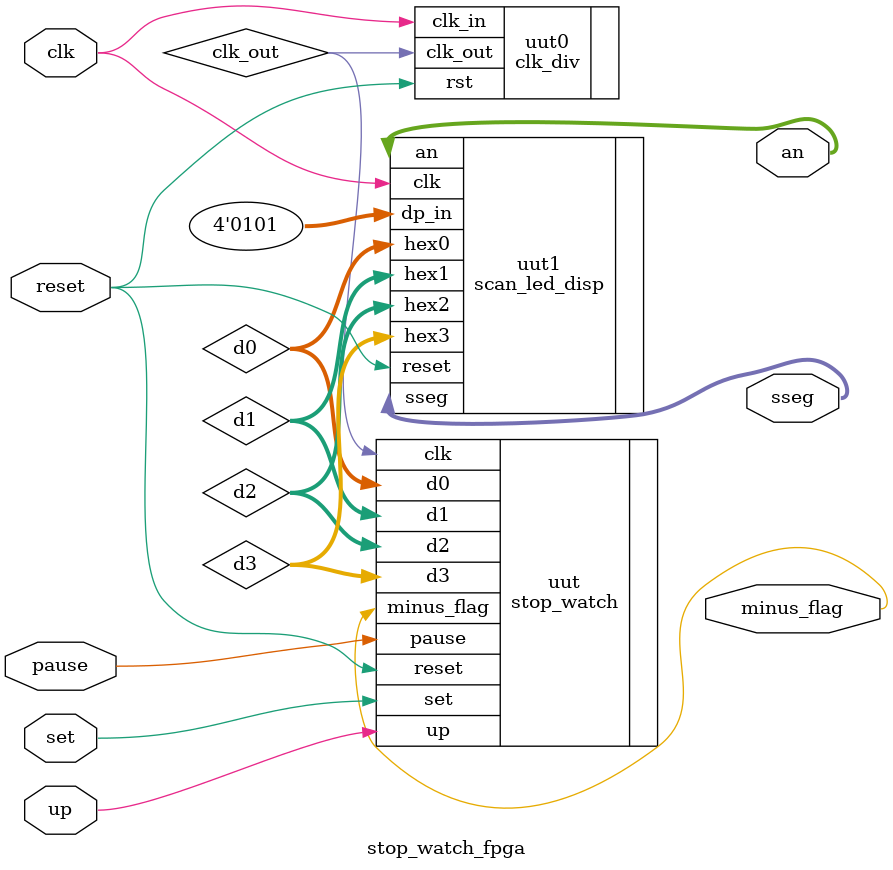
<source format=v>
module stop_watch_fpga(
    input clk,
    input reset,
    input set,
    input pause,
    input up,
    output [3:0] an,
    output [7:0] sseg,
    output minus_flag
);
wire [3:0] d3,d2,d1,d0;
wire clk_out;

clk_div uut0 (.clk_in(clk),.clk_out(clk_out),.rst(reset));
stop_watch  uut (.clk(clk_out),.reset(reset),.set(set),.pause(pause),.up(up),.d3(d3),.d2(d2),.d1(d1),.d0(d0),.minus_flag(minus_flag));
scan_led_disp uut1 (.clk(clk),.reset(reset),.hex3(d3),.hex2(d2),.hex1(d1),.hex0(d0),.dp_in(4'b0101),.an(an),.sseg(sseg));
endmodule
</source>
